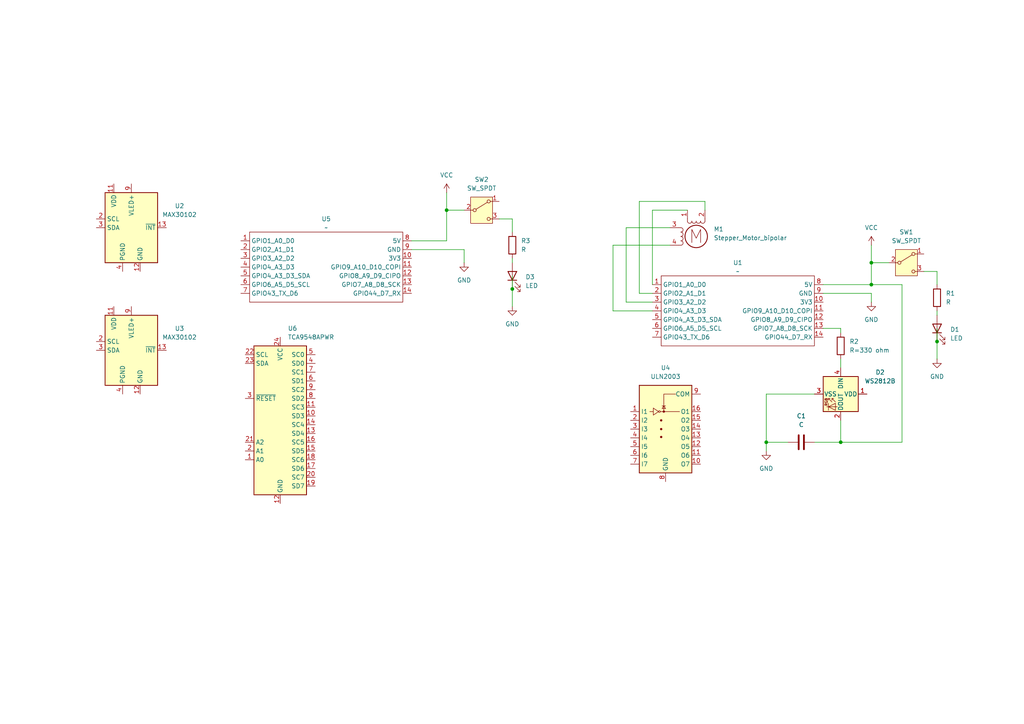
<source format=kicad_sch>
(kicad_sch (version 20231120) (generator "eeschema") (generator_version "8.0")
  (paper "A4")
  (title_block (title "final_demo") (date "2025-01-28") (rev "v1.0") (company "Jazmyn Zhang"))
  (lib_symbols
    (symbol "Device:C" (pin_numbers hide) (pin_names (offset 0.254))
      (property "Reference" "C" (at 0.635 2.54 0))
      (property "Value" "C" (at 0.635 -2.54 0))
      (symbol "C_0_1"
        (polyline (pts (xy -2.032 -0.762) (xy 2.032 -0.762)) (stroke (width 0.508)))
        (polyline (pts (xy -2.032 0.762) (xy 2.032 0.762)) (stroke (width 0.508)))
      )
      (symbol "C_1_1"
        (pin passive line (at 0 3.81 270) (length 2.794) (name "~") (number "1"))
        (pin passive line (at 0 -3.81 90) (length 2.794) (name "~") (number "2"))
      )
    )
    (symbol "Device:LED" (pin_numbers hide) (pin_names (offset 1.016) hide)
      (property "Reference" "D" (at 0 2.54 0))
      (property "Value" "LED" (at 0 -2.54 0))
      (symbol "LED_0_1"
        (polyline (pts (xy -1.27 -1.27) (xy -1.27 1.27)) (stroke (width 0.254)))
        (polyline (pts (xy -1.27 0) (xy 1.27 0)))
        (polyline (pts (xy 1.27 -1.27) (xy 1.27 1.27) (xy -1.27 0) (xy 1.27 -1.27)) (stroke (width 0.254)))
        (polyline (pts (xy -3.048 -0.762) (xy -4.572 -2.286) (xy -3.81 -2.286) (xy -4.572 -2.286) (xy -4.572 -1.524)))
        (polyline (pts (xy -1.778 -0.762) (xy -3.302 -2.286) (xy -2.54 -2.286) (xy -3.302 -2.286) (xy -3.302 -1.524)))
      )
      (symbol "LED_1_1"
        (pin passive line (at -3.81 0 0) (length 2.54) (name "K") (number "1"))
        (pin passive line (at 3.81 0 180) (length 2.54) (name "A") (number "2"))
      )
    )
    (symbol "Device:R" (pin_numbers hide) (pin_names (offset 0))
      (property "Reference" "R" (at 2.032 0 90))
      (property "Value" "R" (at 0 0 90))
      (symbol "R_0_1"
        (rectangle (start -1.016 -2.54) (end 1.016 2.54) (stroke (width 0.254)))
      )
      (symbol "R_1_1"
        (pin passive line (at 0 3.81 270) (length 1.27) (name "~") (number "1"))
        (pin passive line (at 0 -3.81 90) (length 1.27) (name "~") (number "2"))
      )
    )
    (symbol "Interface_Expansion:TCA9548APWR"
      (property "Reference" "U" (at -7.62 21.59 0))
      (property "Value" "TCA9548APWR" (at 1.016 21.59 0))
      (symbol "TCA9548APWR_0_1"
        (rectangle (start -7.62 20.32) (end 7.62 -22.86) (stroke (width 0.254)) (fill (type background)))
      )
      (symbol "TCA9548APWR_1_1"
        (pin input line (at -10.16 -12.7 0) (length 2.54) (name "A0") (number "1"))
        (pin bidirectional line (at 10.16 0 180) (length 2.54) (name "SD3") (number "10"))
        (pin output line (at 10.16 2.54 180) (length 2.54) (name "SC3") (number "11"))
        (pin power_in line (at 0 -25.4 90) (length 2.54) (name "GND") (number "12"))
        (pin bidirectional line (at 10.16 -5.08 180) (length 2.54) (name "SD4") (number "13"))
        (pin output line (at 10.16 -2.54 180) (length 2.54) (name "SC4") (number "14"))
        (pin bidirectional line (at 10.16 -10.16 180) (length 2.54) (name "SD5") (number "15"))
        (pin output line (at 10.16 -7.62 180) (length 2.54) (name "SC5") (number "16"))
        (pin bidirectional line (at 10.16 -15.24 180) (length 2.54) (name "SD6") (number "17"))
        (pin output line (at 10.16 -12.7 180) (length 2.54) (name "SC6") (number "18"))
        (pin bidirectional line (at 10.16 -20.32 180) (length 2.54) (name "SD7") (number "19"))
        (pin input line (at -10.16 -10.16 0) (length 2.54) (name "A1") (number "2"))
        (pin output line (at 10.16 -17.78 180) (length 2.54) (name "SC7") (number "20"))
        (pin input line (at -10.16 -7.62 0) (length 2.54) (name "A2") (number "21"))
        (pin input line (at -10.16 17.78 0) (length 2.54) (name "SCL") (number "22"))
        (pin bidirectional line (at -10.16 15.24 0) (length 2.54) (name "SDA") (number "23"))
        (pin power_in line (at 0 22.86 270) (length 2.54) (name "VCC") (number "24"))
        (pin input line (at -10.16 5.08 0) (length 2.54) (name "~{RESET}") (number "3"))
        (pin bidirectional line (at 10.16 15.24 180) (length 2.54) (name "SD0") (number "4"))
        (pin output line (at 10.16 17.78 180) (length 2.54) (name "SC0") (number "5"))
        (pin bidirectional line (at 10.16 10.16 180) (length 2.54) (name "SD1") (number "6"))
        (pin output line (at 10.16 12.7 180) (length 2.54) (name "SC1") (number "7"))
        (pin bidirectional line (at 10.16 5.08 180) (length 2.54) (name "SD2") (number "8"))
        (pin output line (at 10.16 7.62 180) (length 2.54) (name "SC2") (number "9"))
      )
    )
    (symbol "LED:WS2812B" (pin_names (offset 0.254))
      (property "Reference" "D" (at 5.08 5.715 0))
      (property "Value" "WS2812B" (at 1.27 -5.715 0))
      (symbol "WS2812B_0_0"
        (text "RGB" (at 2.286 -4.191 0) (effects (font (size 0.762 0.762))))
      )
      (symbol "WS2812B_0_1"
        (polyline (pts (xy 1.27 -3.556) (xy 1.778 -3.556)))
        (polyline (pts (xy 1.27 -2.54) (xy 1.778 -2.54)))
        (polyline (pts (xy 4.699 -3.556) (xy 2.667 -3.556)))
        (polyline (pts (xy 2.286 -2.54) (xy 1.27 -3.556) (xy 1.27 -3.048)))
        (polyline (pts (xy 2.286 -1.524) (xy 1.27 -2.54) (xy 1.27 -2.032)))
        (polyline (pts (xy 3.683 -1.016) (xy 3.683 -3.556) (xy 3.683 -4.064)))
        (polyline (pts (xy 4.699 -1.524) (xy 2.667 -1.524) (xy 3.683 -3.556) (xy 4.699 -1.524)))
        (rectangle (start 5.08 5.08) (end -5.08 -5.08) (stroke (width 0.254)) (fill (type background)))
      )
      (symbol "WS2812B_1_1"
        (pin power_in line (at 0 7.62 270) (length 2.54) (name "VDD") (number "1"))
        (pin output line (at 7.62 0 180) (length 2.54) (name "DOUT") (number "2"))
        (pin power_in line (at 0 -7.62 90) (length 2.54) (name "VSS") (number "3"))
        (pin input line (at -7.62 0 0) (length 2.54) (name "DIN") (number "4"))
      )
    )
    (symbol "Motor:Stepper_Motor_bipolar" (pin_names (offset 0) hide)
      (property "Reference" "M" (at 3.81 2.54 0))
      (property "Value" "Stepper_Motor_bipolar" (at 3.81 1.27 0))
      (symbol "Stepper_Motor_bipolar_0_0"
        (polyline (pts (xy -1.27 -1.778) (xy -1.27 2.032) (xy 0 -0.508) (xy 1.27 2.032) (xy 1.27 -1.778)))
      )
      (symbol "Stepper_Motor_bipolar_0_1"
        (arc (start -4.445 -2.54) (mid -3.8127 -1.905) (end -4.445 -1.27))
        (arc (start -4.445 -1.27) (mid -3.8127 -0.635) (end -4.445 0))
        (arc (start -4.445 0) (mid -3.8127 0.635) (end -4.445 1.27))
        (arc (start -4.445 1.27) (mid -3.8127 1.905) (end -4.445 2.54))
        (arc (start -2.54 4.445) (mid -1.905 3.8127) (end -1.27 4.445))
        (arc (start -1.27 4.445) (mid -0.635 3.8127) (end 0 4.445))
        (polyline (pts (xy -5.08 -2.54) (xy -4.445 -2.54)))
        (polyline (pts (xy -5.08 2.54) (xy -4.445 2.54)))
        (polyline (pts (xy -2.54 5.08) (xy -2.54 4.445)))
        (polyline (pts (xy 2.54 5.08) (xy 2.54 4.445)))
        (circle (center 0 0) (radius 3.2512) (stroke (width 0.254)))
        (arc (start 0 4.445) (mid 0.635 3.8127) (end 1.27 4.445))
        (arc (start 1.27 4.445) (mid 1.905 3.8127) (end 2.54 4.445))
      )
      (symbol "Stepper_Motor_bipolar_1_1"
        (pin passive line (at -2.54 7.62 270) (length 2.54) (name "~") (number "1"))
        (pin passive line (at 2.54 7.62 270) (length 2.54) (name "-") (number "2"))
        (pin passive line (at -7.62 2.54 0) (length 2.54) (name "~") (number "3"))
        (pin passive line (at -7.62 -2.54 0) (length 2.54) (name "~") (number "4"))
      )
    )
    (symbol "Sensor:MAX30102"
      (property "Reference" "U" (at 7.62 15.24 0))
      (property "Value" "MAX30102" (at 7.62 12.7 0))
      (symbol "MAX30102_0_1"
        (rectangle (start -7.62 10.16) (end 7.62 -10.16) (stroke (width 0.254)) (fill (type background)))
      )
      (symbol "MAX30102_1_1"
        (pin no_connect line (at -7.62 5.08 0) (length 2.54) hide (name "NC") (number "1"))
        (pin passive line (at 0 12.7 270) (length 2.54) hide (name "VLED+") (number "10"))
        (pin power_in line (at -5.08 12.7 270) (length 2.54) (name "VDD") (number "11"))
        (pin power_in line (at 2.54 -12.7 90) (length 2.54) (name "GND") (number "12"))
        (pin output line (at 10.16 0 180) (length 2.54) (name "~{INT}") (number "13"))
        (pin no_connect line (at 7.62 2.54 180) (length 2.54) hide (name "NC") (number "14"))
        (pin input line (at -10.16 2.54 0) (length 2.54) (name "SCL") (number "2"))
        (pin bidirectional line (at -10.16 0 0) (length 2.54) (name "SDA") (number "3"))
        (pin power_in line (at -2.54 -12.7 90) (length 2.54) (name "PGND") (number "4"))
        (pin no_connect line (at 7.62 -7.62 180) (length 2.54) hide (name "NC") (number "5"))
        (pin no_connect line (at 7.62 -5.08 180) (length 2.54) hide (name "NC") (number "6"))
        (pin no_connect line (at -7.62 -2.54 0) (length 2.54) hide (name "NC") (number "7"))
        (pin no_connect line (at 7.62 5.08 180) (length 2.54) hide (name "NC") (number "8"))
        (pin power_in line (at 0 12.7 270) (length 2.54) (name "VLED+") (number "9"))
      )
    )
    (symbol "Switch:SW_SPDT" (pin_names (offset 0) hide)
      (property "Reference" "SW" (at 0 5.08 0))
      (property "Value" "SW_SPDT" (at 0 -5.08 0))
      (symbol "SW_SPDT_0_1"
        (circle (center -2.032 0) (radius 0.4572))
        (polyline (pts (xy -1.651 0.254) (xy 1.651 2.286)))
        (circle (center 2.032 -2.54) (radius 0.4572))
        (circle (center 2.032 2.54) (radius 0.4572))
      )
      (symbol "SW_SPDT_1_1"
        (rectangle (start -3.175 3.81) (end 3.175 -3.81) (fill (type background)))
        (pin passive line (at 5.08 2.54 180) (length 2.54) (name "A") (number "1"))
        (pin passive line (at -5.08 0 0) (length 2.54) (name "B") (number "2"))
        (pin passive line (at 5.08 -2.54 180) (length 2.54) (name "C") (number "3"))
      )
    )
    (symbol "Transistor_Array:ULN2003"
      (property "Reference" "U" (at 0 15.875 0))
      (property "Value" "ULN2003" (at 0 13.97 0))
      (symbol "ULN2003_0_1"
        (rectangle (start -7.62 -12.7) (end 7.62 12.7) (stroke (width 0.254)) (fill (type background)))
        (circle (center -1.778 5.08) (radius 0.254))
        (circle (center -1.27 -2.286) (radius 0.254) (fill (type outline)))
        (circle (center -1.27 0) (radius 0.254) (fill (type outline)))
        (circle (center -1.27 2.54) (radius 0.254) (fill (type outline)))
        (circle (center -0.508 5.08) (radius 0.254) (fill (type outline)))
        (polyline (pts (xy -4.572 5.08) (xy -3.556 5.08)))
        (polyline (pts (xy -1.524 5.08) (xy 4.064 5.08)))
        (polyline (pts (xy 0 6.731) (xy -1.016 6.731)))
        (polyline (pts (xy -0.508 5.08) (xy -0.508 10.16) (xy 2.921 10.16)))
        (polyline (pts (xy -3.556 6.096) (xy -3.556 4.064) (xy -2.032 5.08) (xy -3.556 6.096)))
        (polyline (pts (xy 0 5.969) (xy -1.016 5.969) (xy -0.508 6.731) (xy 0 5.969)))
      )
      (symbol "ULN2003_1_1"
        (pin input line (at -10.16 5.08 0) (length 2.54) (name "I1") (number "1"))
        (pin open_collector line (at 10.16 -10.16 180) (length 2.54) (name "O7") (number "10"))
        (pin open_collector line (at 10.16 -7.62 180) (length 2.54) (name "O6") (number "11"))
        (pin open_collector line (at 10.16 -5.08 180) (length 2.54) (name "O5") (number "12"))
        (pin open_collector line (at 10.16 -2.54 180) (length 2.54) (name "O4") (number "13"))
        (pin open_collector line (at 10.16 0 180) (length 2.54) (name "O3") (number "14"))
        (pin open_collector line (at 10.16 2.54 180) (length 2.54) (name "O2") (number "15"))
        (pin open_collector line (at 10.16 5.08 180) (length 2.54) (name "O1") (number "16"))
        (pin input line (at -10.16 2.54 0) (length 2.54) (name "I2") (number "2"))
        (pin input line (at -10.16 0 0) (length 2.54) (name "I3") (number "3"))
        (pin input line (at -10.16 -2.54 0) (length 2.54) (name "I4") (number "4"))
        (pin input line (at -10.16 -5.08 0) (length 2.54) (name "I5") (number "5"))
        (pin input line (at -10.16 -7.62 0) (length 2.54) (name "I6") (number "6"))
        (pin input line (at -10.16 -10.16 0) (length 2.54) (name "I7") (number "7"))
        (pin power_in line (at 0 -15.24 90) (length 2.54) (name "GND") (number "8"))
        (pin passive line (at 10.16 10.16 180) (length 2.54) (name "COM") (number "9"))
      )
    )
    (symbol "Xiao_Demo:XIAO_ESP32_SENSE"
      (property "Reference" "U" (at 0 0 0))
      (symbol "XIAO_ESP32_SENSE_0_1"
        (polyline (pts (xy -20.32 8.89) (xy -20.32 -11.43) (xy 24.13 -11.43) (xy 24.13 8.89) (xy -20.32 8.89)))
      )
      (symbol "XIAO_ESP32_SENSE_1_1"
        (pin bidirectional line (at -22.86 6.35 0) (length 2.54) (name "GPIO1_A0_D0") (number "1"))
        (pin bidirectional line (at 26.67 1.27 180) (length 2.54) (name "3V3") (number "10"))
        (pin bidirectional line (at 26.67 -1.27 180) (length 2.54) (name "GPIO9_A10_D10_COPI") (number "11"))
        (pin bidirectional line (at 26.67 -3.81 180) (length 2.54) (name "GPIO8_A9_D9_CIPO") (number "12"))
        (pin bidirectional line (at 26.67 -6.35 180) (length 2.54) (name "GPIO7_A8_D8_SCK") (number "13"))
        (pin bidirectional line (at 26.67 -8.89 180) (length 2.54) (name "GPIO44_D7_RX") (number "14"))
        (pin bidirectional line (at -22.86 3.81 0) (length 2.54) (name "GPIO2_A1_D1") (number "2"))
        (pin bidirectional line (at -22.86 1.27 0) (length 2.54) (name "GPIO3_A2_D2") (number "3"))
        (pin bidirectional line (at -22.86 -1.27 0) (length 2.54) (name "GPIO4_A3_D3") (number "4"))
        (pin bidirectional line (at -22.86 -3.81 0) (length 2.54) (name "GPIO4_A3_D3_SDA") (number "5"))
        (pin bidirectional line (at -22.86 -6.35 0) (length 2.54) (name "GPIO6_A5_D5_SCL") (number "6"))
        (pin bidirectional line (at -22.86 -8.89 0) (length 2.54) (name "GPIO43_TX_D6") (number "7"))
        (pin bidirectional line (at 26.67 6.35 180) (length 2.54) (name "5V") (number "8"))
        (pin bidirectional line (at 26.67 3.81 180) (length 2.54) (name "GND") (number "9"))
      )
    )
    (symbol "power:GND" (power) (pin_numbers hide) (pin_names (offset 0) hide)
      (property "Value" "GND" (at 0 -3.81 0))
      (symbol "GND_0_1"
        (polyline (pts (xy 0 0) (xy 0 -1.27) (xy 1.27 -1.27) (xy 0 -2.54) (xy -1.27 -1.27) (xy 0 -1.27)))
      )
      (symbol "GND_1_1"
        (pin power_in line (at 0 0 270) (length 0) (name "~") (number "1"))
      )
    )
    (symbol "power:VCC" (power) (pin_numbers hide) (pin_names (offset 0) hide)
      (property "Value" "VCC" (at 0 3.556 0))
      (symbol "VCC_0_1"
        (polyline (pts (xy -0.762 1.27) (xy 0 2.54)))
        (polyline (pts (xy 0 0) (xy 0 2.54)))
        (polyline (pts (xy 0 2.54) (xy 0.762 1.27)))
      )
      (symbol "VCC_1_1"
        (pin power_in line (at 0 0 90) (length 0) (name "~") (number "1"))
      )
    )
  )
  (junction (at 252.73 76.2))
  (junction (at 222.25 128.27))
  (junction (at 129.54 60.96))
  (junction (at 271.78 99.06))
  (junction (at 243.84 128.27))
  (junction (at 148.59 83.82))
  (junction (at 252.73 82.55))
  (wire (pts (xy 144.78 63.5) (xy 148.59 63.5)))
  (wire (pts (xy 236.22 128.27) (xy 243.84 128.27)))
  (wire (pts (xy 129.54 55.88) (xy 129.54 60.96)))
  (wire (pts (xy 252.73 85.09) (xy 238.76 85.09)))
  (wire (pts (xy 134.62 76.2) (xy 134.62 72.39)))
  (wire (pts (xy 222.25 128.27) (xy 228.6 128.27)))
  (wire (pts (xy 119.38 72.39) (xy 134.62 72.39)))
  (wire (pts (xy 261.62 82.55) (xy 252.73 82.55)))
  (wire (pts (xy 252.73 71.12) (xy 252.73 76.2)))
  (wire (pts (xy 189.23 60.96) (xy 189.23 82.55)))
  (wire (pts (xy 129.54 60.96) (xy 134.62 60.96)))
  (wire (pts (xy 129.54 69.85) (xy 129.54 60.96)))
  (wire (pts (xy 148.59 80.01) (xy 148.59 83.82)))
  (wire (pts (xy 271.78 90.17) (xy 271.78 91.44)))
  (wire (pts (xy 271.78 95.25) (xy 271.78 99.06)))
  (wire (pts (xy 185.42 58.42) (xy 185.42 85.09)))
  (wire (pts (xy 243.84 104.14) (xy 243.84 106.68)))
  (wire (pts (xy 194.31 66.04) (xy 181.61 66.04)))
  (wire (pts (xy 238.76 95.25) (xy 243.84 95.25)))
  (wire (pts (xy 204.47 58.42) (xy 185.42 58.42)))
  (wire (pts (xy 243.84 128.27) (xy 243.84 121.92)))
  (wire (pts (xy 199.39 60.96) (xy 189.23 60.96)))
  (wire (pts (xy 243.84 95.25) (xy 243.84 96.52)))
  (wire (pts (xy 222.25 114.3) (xy 222.25 128.27)))
  (wire (pts (xy 261.62 128.27) (xy 261.62 82.55)))
  (wire (pts (xy 271.78 78.74) (xy 271.78 82.55)))
  (wire (pts (xy 177.8 71.12) (xy 177.8 90.17)))
  (wire (pts (xy 222.25 128.27) (xy 222.25 130.81)))
  (wire (pts (xy 252.73 76.2) (xy 257.81 76.2)))
  (wire (pts (xy 177.8 90.17) (xy 189.23 90.17)))
  (wire (pts (xy 252.73 82.55) (xy 238.76 82.55)))
  (wire (pts (xy 194.31 71.12) (xy 177.8 71.12)))
  (wire (pts (xy 271.78 99.06) (xy 271.78 104.14)))
  (wire (pts (xy 185.42 85.09) (xy 189.23 85.09)))
  (wire (pts (xy 148.59 63.5) (xy 148.59 67.31)))
  (wire (pts (xy 148.59 74.93) (xy 148.59 76.2)))
  (wire (pts (xy 252.73 87.63) (xy 252.73 85.09)))
  (wire (pts (xy 181.61 66.04) (xy 181.61 87.63)))
  (wire (pts (xy 181.61 87.63) (xy 189.23 87.63)))
  (wire (pts (xy 236.22 114.3) (xy 222.25 114.3)))
  (wire (pts (xy 252.73 76.2) (xy 252.73 82.55)))
  (wire (pts (xy 261.62 128.27) (xy 243.84 128.27)))
  (wire (pts (xy 204.47 60.96) (xy 204.47 58.42)))
  (wire (pts (xy 267.97 78.74) (xy 271.78 78.74)))
  (wire (pts (xy 119.38 69.85) (xy 129.54 69.85)))
  (wire (pts (xy 148.59 83.82) (xy 148.59 88.9)))
  (symbol (lib_id "power:GND") (at 271.78 104.14 0) (unit 1)
    (property "Reference" "#PWR03" (effects (hide yes)))
    (property "Value" "GND" (at 271.78 109.22 0))
    (property "Description" "Power symbol creates a global label with name \"GND\" , ground" (effects (hide yes)))
  )
  (symbol (lib_id "power:VCC") (at 252.73 71.12 0) (unit 1)
    (property "Reference" "#PWR01" (effects (hide yes)))
    (property "Value" "VCC" (at 252.73 66.04 0))
    (property "Description" "Power symbol creates a global label with name \"VCC\"" (effects (hide yes)))
  )
  (symbol (lib_id "Xiao_Demo:XIAO_ESP32_SENSE") (at 212.09 88.9 0) (unit 1)
    (property "Reference" "U1" (at 213.995 76.2 0))
    (property "Value" "~" (at 213.995 78.74 0))
  )
  (symbol (lib_id "power:GND") (at 148.59 88.9 0) (unit 1)
    (property "Reference" "#PWR06" (effects (hide yes)))
    (property "Value" "GND" (at 148.59 93.98 0))
    (property "Description" "Power symbol creates a global label with name \"GND\" , ground" (effects (hide yes)))
  )
  (symbol (lib_id "Interface_Expansion:TCA9548APWR") (at 81.28 120.65 0) (unit 1)
    (property "Reference" "U6" (at 83.4741 95.25 0) (effects (justify left)))
    (property "Value" "TCA9548APWR" (at 83.4741 97.79 0) (effects (justify left)))
    (property "Footprint" "Package_SO:TSSOP-24_4.4x7.8mm_P0.65mm" (effects (hide yes)))
    (property "Datasheet" "http://www.ti.com/lit/ds/symlink/tca9548a.pdf" (effects (hide yes)))
    (property "Description" "Low voltage 8-channel I2C switch with reset, TSSOP-24" (effects (hide yes)))
  )
  (symbol (lib_id "LED:WS2812B") (at 243.84 114.3 270) (unit 1)
    (property "Reference" "D2" (at 255.27 107.9814 90))
    (property "Value" "WS2812B" (at 255.27 110.5214 90))
    (property "Footprint" "LED_SMD:LED_WS2812B_PLCC4_5.0x5.0mm_P3.2mm" (effects (hide yes)))
    (property "Datasheet" "https://cdn-shop.adafruit.com/datasheets/WS2812B.pdf" (effects (hide yes)))
    (property "Description" "RGB LED with integrated controller" (effects (hide yes)))
  )
  (symbol (lib_id "Device:R") (at 243.84 100.33 180) (unit 1)
    (property "Reference" "R2" (at 246.38 99.0599 0) (effects (justify right)))
    (property "Value" "R=330 ohm" (at 246.38 101.5999 0) (effects (justify right)))
    (property "Description" "Resistor" (effects (hide yes)))
  )
  (symbol (lib_id "Sensor:MAX30102") (at 38.1 101.6 0) (unit 1)
    (property "Reference" "U3" (at 52.07 95.2814 0))
    (property "Value" "MAX30102" (at 52.07 97.8214 0))
    (property "Footprint" "OptoDevice:Maxim_OLGA-14_3.3x5.6mm_P0.8mm" (effects (hide yes)))
    (property "Datasheet" "https://datasheets.maximintegrated.com/en/ds/MAX30102.pdf" (effects (hide yes)))
    (property "Description" "Heart Rate Sensor, 14-OLGA" (effects (hide yes)))
  )
  (symbol (lib_id "Device:R") (at 148.59 71.12 0) (unit 1)
    (property "Reference" "R3" (at 151.13 69.8499 0) (effects (justify left)))
    (property "Value" "R" (at 151.13 72.3899 0) (effects (justify left)))
    (property "Description" "Resistor" (effects (hide yes)))
  )
  (symbol (lib_id "Device:R") (at 271.78 86.36 0) (unit 1)
    (property "Reference" "R1" (at 274.32 85.0899 0) (effects (justify left)))
    (property "Value" "R" (at 274.32 87.6299 0) (effects (justify left)))
    (property "Description" "Resistor" (effects (hide yes)))
  )
  (symbol (lib_id "Transistor_Array:ULN2003") (at 193.04 124.46 0) (unit 1)
    (property "Reference" "U4" (at 193.04 106.68 0))
    (property "Value" "ULN2003" (at 193.04 109.22 0))
    (property "Datasheet" "http://www.ti.com/lit/ds/symlink/uln2003a.pdf" (effects (hide yes)))
    (property "Description" "High Voltage, High Current Darlington Transistor Arrays, SOIC16/SOIC16W/DIP16/TSSOP16" (effects (hide yes)))
  )
  (symbol (lib_id "Sensor:MAX30102") (at 38.1 66.04 0) (unit 1)
    (property "Reference" "U2" (at 52.07 59.7214 0))
    (property "Value" "MAX30102" (at 52.07 62.2614 0))
    (property "Footprint" "OptoDevice:Maxim_OLGA-14_3.3x5.6mm_P0.8mm" (effects (hide yes)))
    (property "Datasheet" "https://datasheets.maximintegrated.com/en/ds/MAX30102.pdf" (effects (hide yes)))
    (property "Description" "Heart Rate Sensor, 14-OLGA" (effects (hide yes)))
  )
  (symbol (lib_id "Xiao_Demo:XIAO_ESP32_SENSE") (at 92.71 76.2 0) (unit 1)
    (property "Reference" "U5" (at 94.615 63.5 0))
    (property "Value" "~" (at 94.615 66.04 0))
  )
  (symbol (lib_id "power:GND") (at 252.73 87.63 0) (unit 1)
    (property "Reference" "#PWR02" (effects (hide yes)))
    (property "Value" "GND" (at 252.73 92.71 0))
    (property "Description" "Power symbol creates a global label with name \"GND\" , ground" (effects (hide yes)))
  )
  (symbol (lib_id "Device:LED") (at 148.59 80.01 90) (unit 1)
    (property "Reference" "D3" (at 152.4 80.3274 90) (effects (justify right)))
    (property "Value" "LED" (at 152.4 82.8674 90) (effects (justify right)))
    (property "Description" "Light emitting diode" (effects (hide yes)))
  )
  (symbol (lib_id "power:GND") (at 134.62 76.2 0) (unit 1)
    (property "Reference" "#PWR07" (effects (hide yes)))
    (property "Value" "GND" (at 134.62 81.28 0))
    (property "Description" "Power symbol creates a global label with name \"GND\" , ground" (effects (hide yes)))
  )
  (symbol (lib_id "Switch:SW_SPDT") (at 262.89 76.2 0) (unit 1)
    (property "Reference" "SW1" (at 262.89 67.31 0))
    (property "Value" "SW_SPDT" (at 262.89 69.85 0))
    (property "Description" "Switch, single pole double throw" (effects (hide yes)))
  )
  (symbol (lib_id "Device:C") (at 232.41 128.27 270) (unit 1)
    (property "Reference" "C1" (at 232.41 120.65 90))
    (property "Value" "C" (at 232.41 123.19 90))
    (property "Description" "Unpolarized capacitor" (effects (hide yes)))
  )
  (symbol (lib_id "power:GND") (at 222.25 130.81 0) (unit 1)
    (property "Reference" "#PWR04" (effects (hide yes)))
    (property "Value" "GND" (at 222.25 135.89 0))
    (property "Description" "Power symbol creates a global label with name \"GND\" , ground" (effects (hide yes)))
  )
  (symbol (lib_id "Motor:Stepper_Motor_bipolar") (at 201.93 68.58 0) (unit 1)
    (property "Reference" "M1" (at 207.01 66.459 0) (effects (justify left)))
    (property "Value" "Stepper_Motor_bipolar" (at 207.01 68.999 0) (effects (justify left)))
    (property "Datasheet" "http://www.infineon.com/dgdl/Application-Note-TLE8110EE_driving_UniPolarStepperMotor_V1.1.pdf?fileId=db3a30431be39b97011be5d0aa0a00b0" (effects (hide yes)))
    (property "Description" "4-wire bipolar stepper motor" (effects (hide yes)))
  )
  (symbol (lib_id "Switch:SW_SPDT") (at 139.7 60.96 0) (unit 1)
    (property "Reference" "SW2" (at 139.7 52.07 0))
    (property "Value" "SW_SPDT" (at 139.7 54.61 0))
    (property "Description" "Switch, single pole double throw" (effects (hide yes)))
  )
  (symbol (lib_id "Device:LED") (at 271.78 95.25 90) (unit 1)
    (property "Reference" "D1" (at 275.59 95.5674 90) (effects (justify right)))
    (property "Value" "LED" (at 275.59 98.1074 90) (effects (justify right)))
    (property "Description" "Light emitting diode" (effects (hide yes)))
  )
  (symbol (lib_id "power:VCC") (at 129.54 55.88 0) (unit 1)
    (property "Reference" "#PWR05" (effects (hide yes)))
    (property "Value" "VCC" (at 129.54 50.8 0))
    (property "Description" "Power symbol creates a global label with name \"VCC\"" (effects (hide yes)))
  )
)
</source>
